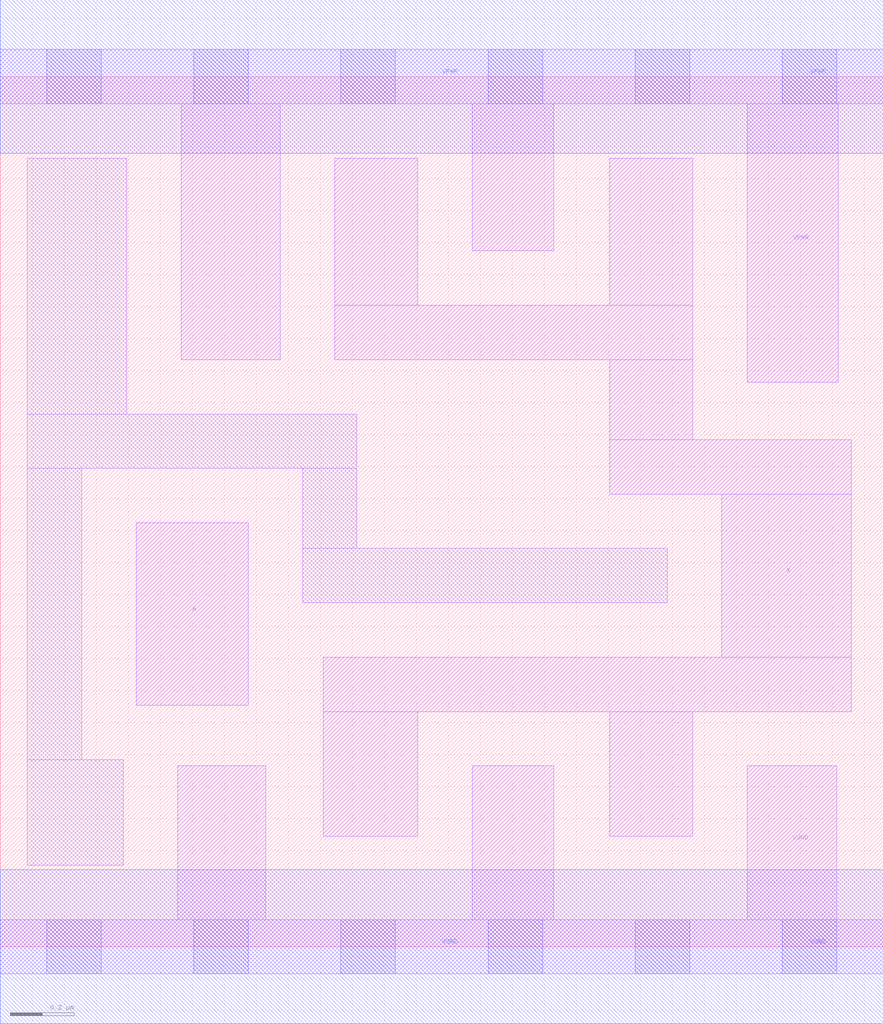
<source format=lef>
# Copyright 2020 The SkyWater PDK Authors
#
# Licensed under the Apache License, Version 2.0 (the "License");
# you may not use this file except in compliance with the License.
# You may obtain a copy of the License at
#
#     https://www.apache.org/licenses/LICENSE-2.0
#
# Unless required by applicable law or agreed to in writing, software
# distributed under the License is distributed on an "AS IS" BASIS,
# WITHOUT WARRANTIES OR CONDITIONS OF ANY KIND, either express or implied.
# See the License for the specific language governing permissions and
# limitations under the License.
#
# SPDX-License-Identifier: Apache-2.0

VERSION 5.7 ;
  NAMESCASESENSITIVE ON ;
  NOWIREEXTENSIONATPIN ON ;
  DIVIDERCHAR "/" ;
  BUSBITCHARS "[]" ;
UNITS
  DATABASE MICRONS 200 ;
END UNITS
MACRO sky130_fd_sc_hd__clkbuf_4
  CLASS CORE ;
  SOURCE USER ;
  FOREIGN sky130_fd_sc_hd__clkbuf_4 ;
  ORIGIN  0.000000  0.000000 ;
  SIZE  2.760000 BY  2.720000 ;
  SYMMETRY X Y R90 ;
  SITE unithd ;
  PIN A
    ANTENNAGATEAREA  0.213000 ;
    DIRECTION INPUT ;
    USE SIGNAL ;
    PORT
      LAYER li1 ;
        RECT 0.425000 0.755000 0.775000 1.325000 ;
    END
  END A
  PIN X
    ANTENNADIFFAREA  0.795200 ;
    DIRECTION OUTPUT ;
    USE SIGNAL ;
    PORT
      LAYER li1 ;
        RECT 1.010000 0.345000 1.305000 0.735000 ;
        RECT 1.010000 0.735000 2.660000 0.905000 ;
        RECT 1.045000 1.835000 2.165000 2.005000 ;
        RECT 1.045000 2.005000 1.305000 2.465000 ;
        RECT 1.905000 0.345000 2.165000 0.735000 ;
        RECT 1.905000 1.415000 2.660000 1.585000 ;
        RECT 1.905000 1.585000 2.165000 1.835000 ;
        RECT 1.905000 2.005000 2.165000 2.465000 ;
        RECT 2.255000 0.905000 2.660000 1.415000 ;
    END
  END X
  PIN VGND
    DIRECTION INOUT ;
    SHAPE ABUTMENT ;
    USE GROUND ;
    PORT
      LAYER li1 ;
        RECT 0.000000 -0.085000 2.760000 0.085000 ;
        RECT 0.555000  0.085000 0.830000 0.565000 ;
        RECT 1.475000  0.085000 1.730000 0.565000 ;
        RECT 2.335000  0.085000 2.615000 0.565000 ;
      LAYER mcon ;
        RECT 0.145000 -0.085000 0.315000 0.085000 ;
        RECT 0.605000 -0.085000 0.775000 0.085000 ;
        RECT 1.065000 -0.085000 1.235000 0.085000 ;
        RECT 1.525000 -0.085000 1.695000 0.085000 ;
        RECT 1.985000 -0.085000 2.155000 0.085000 ;
        RECT 2.445000 -0.085000 2.615000 0.085000 ;
      LAYER met1 ;
        RECT 0.000000 -0.240000 2.760000 0.240000 ;
    END
  END VGND
  PIN VPWR
    DIRECTION INOUT ;
    SHAPE ABUTMENT ;
    USE POWER ;
    PORT
      LAYER li1 ;
        RECT 0.000000 2.635000 2.760000 2.805000 ;
        RECT 0.565000 1.835000 0.875000 2.635000 ;
        RECT 1.475000 2.175000 1.730000 2.635000 ;
        RECT 2.335000 1.765000 2.620000 2.635000 ;
      LAYER mcon ;
        RECT 0.145000 2.635000 0.315000 2.805000 ;
        RECT 0.605000 2.635000 0.775000 2.805000 ;
        RECT 1.065000 2.635000 1.235000 2.805000 ;
        RECT 1.525000 2.635000 1.695000 2.805000 ;
        RECT 1.985000 2.635000 2.155000 2.805000 ;
        RECT 2.445000 2.635000 2.615000 2.805000 ;
      LAYER met1 ;
        RECT 0.000000 2.480000 2.760000 2.960000 ;
    END
  END VPWR
  OBS
    LAYER li1 ;
      RECT 0.085000 0.255000 0.385000 0.585000 ;
      RECT 0.085000 0.585000 0.255000 1.495000 ;
      RECT 0.085000 1.495000 1.115000 1.665000 ;
      RECT 0.085000 1.665000 0.395000 2.465000 ;
      RECT 0.945000 1.075000 2.085000 1.245000 ;
      RECT 0.945000 1.245000 1.115000 1.495000 ;
  END
END sky130_fd_sc_hd__clkbuf_4

</source>
